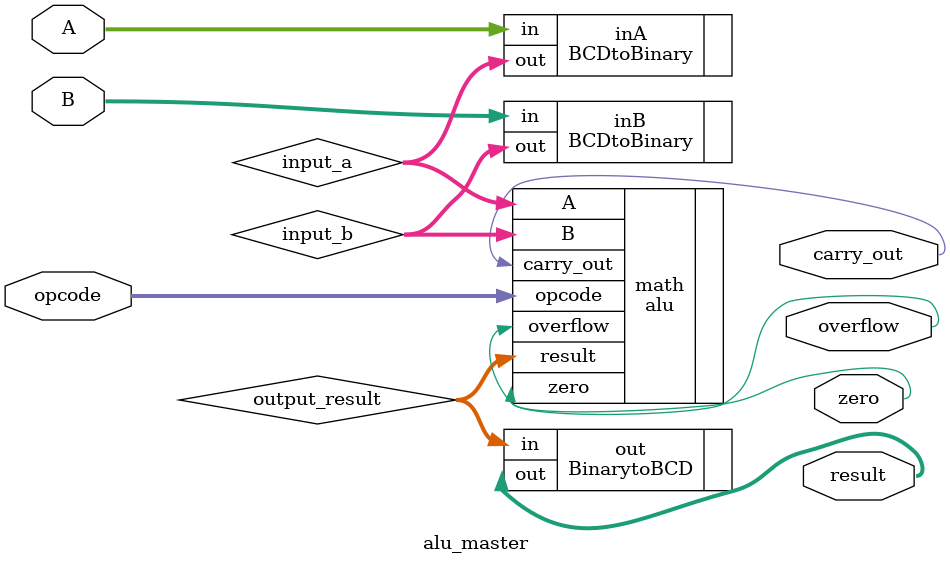
<source format=v>
`timescale 1ns / 1ps

module alu_master(A, B, opcode, result, carry_out, overflow, zero);

input wire [31:0] A;
input wire [31:0] B;
input wire [3:0]  opcode;
output wire [35:0] result;
output wire carry_out;
output wire overflow;
output wire zero;

wire [31:0] input_a;
wire [31:0] input_b;
wire [31:0] output_result;

BCDtoBinary inA(.in(A), .out(input_a));
BCDtoBinary inB(.in(B), .out(input_b));

alu math(
	.A(input_a),
	.B(input_b),
	.opcode(opcode),
	.result(output_result),
	.carry_out(carry_out),
	.overflow(overflow),
	.zero(zero)
);

BinarytoBCD out(.in(output_result), .out(result));


endmodule

</source>
